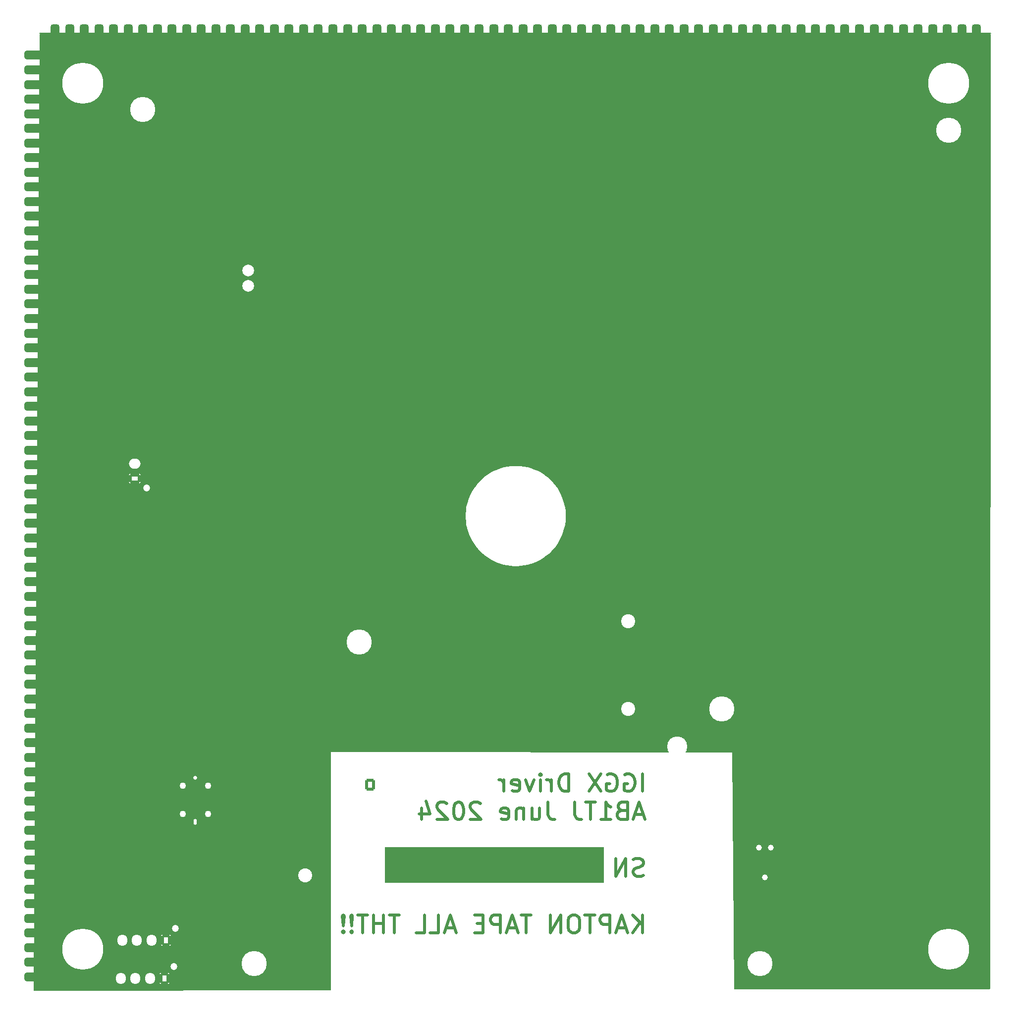
<source format=gbr>
%TF.GenerationSoftware,KiCad,Pcbnew,8.0.2*%
%TF.CreationDate,2024-06-03T23:57:49-04:00*%
%TF.ProjectId,IGGDriver,49474744-7269-4766-9572-2e6b69636164,rev?*%
%TF.SameCoordinates,Original*%
%TF.FileFunction,Legend,Bot*%
%TF.FilePolarity,Positive*%
%FSLAX46Y46*%
G04 Gerber Fmt 4.6, Leading zero omitted, Abs format (unit mm)*
G04 Created by KiCad (PCBNEW 8.0.2) date 2024-06-03 23:57:49*
%MOMM*%
%LPD*%
G01*
G04 APERTURE LIST*
G04 Aperture macros list*
%AMRoundRect*
0 Rectangle with rounded corners*
0 $1 Rounding radius*
0 $2 $3 $4 $5 $6 $7 $8 $9 X,Y pos of 4 corners*
0 Add a 4 corners polygon primitive as box body*
4,1,4,$2,$3,$4,$5,$6,$7,$8,$9,$2,$3,0*
0 Add four circle primitives for the rounded corners*
1,1,$1+$1,$2,$3*
1,1,$1+$1,$4,$5*
1,1,$1+$1,$6,$7*
1,1,$1+$1,$8,$9*
0 Add four rect primitives between the rounded corners*
20,1,$1+$1,$2,$3,$4,$5,0*
20,1,$1+$1,$4,$5,$6,$7,0*
20,1,$1+$1,$6,$7,$8,$9,0*
20,1,$1+$1,$8,$9,$2,$3,0*%
G04 Aperture macros list end*
%ADD10C,0.100000*%
%ADD11C,0.500000*%
%ADD12C,0.150000*%
%ADD13RoundRect,0.375000X1.125000X0.375000X-1.125000X0.375000X-1.125000X-0.375000X1.125000X-0.375000X0*%
%ADD14RoundRect,0.375000X0.375000X-1.125000X0.375000X1.125000X-0.375000X1.125000X-0.375000X-1.125000X0*%
%ADD15C,1.200000*%
%ADD16RoundRect,0.250000X-0.600000X-0.725000X0.600000X-0.725000X0.600000X0.725000X-0.600000X0.725000X0*%
%ADD17O,1.700000X1.950000*%
%ADD18C,0.990600*%
%ADD19C,4.300000*%
%ADD20C,2.390000*%
%ADD21C,3.450000*%
%ADD22RoundRect,0.250000X0.750000X-0.600000X0.750000X0.600000X-0.750000X0.600000X-0.750000X-0.600000X0*%
%ADD23O,2.000000X1.700000*%
%ADD24RoundRect,0.250000X0.600000X0.725000X-0.600000X0.725000X-0.600000X-0.725000X0.600000X-0.725000X0*%
%ADD25C,2.000000*%
%ADD26C,7.000000*%
%ADD27C,0.660000*%
%ADD28O,0.580000X1.000000*%
%ADD29C,1.100000*%
%ADD30C,2.400000*%
G04 APERTURE END LIST*
D10*
X131400000Y-147100000D02*
X168700000Y-147100000D01*
X168700000Y-153100000D01*
X131400000Y-153100000D01*
X131400000Y-147100000D01*
G36*
X131400000Y-147100000D02*
G01*
X168700000Y-147100000D01*
X168700000Y-153100000D01*
X131400000Y-153100000D01*
X131400000Y-147100000D01*
G37*
D11*
X175406767Y-137557697D02*
X175406767Y-134557697D01*
X172406767Y-134700554D02*
X172692482Y-134557697D01*
X172692482Y-134557697D02*
X173121053Y-134557697D01*
X173121053Y-134557697D02*
X173549624Y-134700554D01*
X173549624Y-134700554D02*
X173835339Y-134986268D01*
X173835339Y-134986268D02*
X173978196Y-135271982D01*
X173978196Y-135271982D02*
X174121053Y-135843411D01*
X174121053Y-135843411D02*
X174121053Y-136271982D01*
X174121053Y-136271982D02*
X173978196Y-136843411D01*
X173978196Y-136843411D02*
X173835339Y-137129125D01*
X173835339Y-137129125D02*
X173549624Y-137414840D01*
X173549624Y-137414840D02*
X173121053Y-137557697D01*
X173121053Y-137557697D02*
X172835339Y-137557697D01*
X172835339Y-137557697D02*
X172406767Y-137414840D01*
X172406767Y-137414840D02*
X172263910Y-137271982D01*
X172263910Y-137271982D02*
X172263910Y-136271982D01*
X172263910Y-136271982D02*
X172835339Y-136271982D01*
X169406767Y-134700554D02*
X169692482Y-134557697D01*
X169692482Y-134557697D02*
X170121053Y-134557697D01*
X170121053Y-134557697D02*
X170549624Y-134700554D01*
X170549624Y-134700554D02*
X170835339Y-134986268D01*
X170835339Y-134986268D02*
X170978196Y-135271982D01*
X170978196Y-135271982D02*
X171121053Y-135843411D01*
X171121053Y-135843411D02*
X171121053Y-136271982D01*
X171121053Y-136271982D02*
X170978196Y-136843411D01*
X170978196Y-136843411D02*
X170835339Y-137129125D01*
X170835339Y-137129125D02*
X170549624Y-137414840D01*
X170549624Y-137414840D02*
X170121053Y-137557697D01*
X170121053Y-137557697D02*
X169835339Y-137557697D01*
X169835339Y-137557697D02*
X169406767Y-137414840D01*
X169406767Y-137414840D02*
X169263910Y-137271982D01*
X169263910Y-137271982D02*
X169263910Y-136271982D01*
X169263910Y-136271982D02*
X169835339Y-136271982D01*
X168263910Y-134557697D02*
X166263910Y-137557697D01*
X166263910Y-134557697D02*
X168263910Y-137557697D01*
X162835339Y-137557697D02*
X162835339Y-134557697D01*
X162835339Y-134557697D02*
X162121053Y-134557697D01*
X162121053Y-134557697D02*
X161692482Y-134700554D01*
X161692482Y-134700554D02*
X161406767Y-134986268D01*
X161406767Y-134986268D02*
X161263910Y-135271982D01*
X161263910Y-135271982D02*
X161121053Y-135843411D01*
X161121053Y-135843411D02*
X161121053Y-136271982D01*
X161121053Y-136271982D02*
X161263910Y-136843411D01*
X161263910Y-136843411D02*
X161406767Y-137129125D01*
X161406767Y-137129125D02*
X161692482Y-137414840D01*
X161692482Y-137414840D02*
X162121053Y-137557697D01*
X162121053Y-137557697D02*
X162835339Y-137557697D01*
X159835339Y-137557697D02*
X159835339Y-135557697D01*
X159835339Y-136129125D02*
X159692482Y-135843411D01*
X159692482Y-135843411D02*
X159549625Y-135700554D01*
X159549625Y-135700554D02*
X159263910Y-135557697D01*
X159263910Y-135557697D02*
X158978196Y-135557697D01*
X157978196Y-137557697D02*
X157978196Y-135557697D01*
X157978196Y-134557697D02*
X158121053Y-134700554D01*
X158121053Y-134700554D02*
X157978196Y-134843411D01*
X157978196Y-134843411D02*
X157835339Y-134700554D01*
X157835339Y-134700554D02*
X157978196Y-134557697D01*
X157978196Y-134557697D02*
X157978196Y-134843411D01*
X156835339Y-135557697D02*
X156121053Y-137557697D01*
X156121053Y-137557697D02*
X155406768Y-135557697D01*
X153121054Y-137414840D02*
X153406768Y-137557697D01*
X153406768Y-137557697D02*
X153978197Y-137557697D01*
X153978197Y-137557697D02*
X154263911Y-137414840D01*
X154263911Y-137414840D02*
X154406768Y-137129125D01*
X154406768Y-137129125D02*
X154406768Y-135986268D01*
X154406768Y-135986268D02*
X154263911Y-135700554D01*
X154263911Y-135700554D02*
X153978197Y-135557697D01*
X153978197Y-135557697D02*
X153406768Y-135557697D01*
X153406768Y-135557697D02*
X153121054Y-135700554D01*
X153121054Y-135700554D02*
X152978197Y-135986268D01*
X152978197Y-135986268D02*
X152978197Y-136271982D01*
X152978197Y-136271982D02*
X154406768Y-136557697D01*
X151692482Y-137557697D02*
X151692482Y-135557697D01*
X151692482Y-136129125D02*
X151549625Y-135843411D01*
X151549625Y-135843411D02*
X151406768Y-135700554D01*
X151406768Y-135700554D02*
X151121053Y-135557697D01*
X151121053Y-135557697D02*
X150835339Y-135557697D01*
X175549624Y-141530386D02*
X174121053Y-141530386D01*
X175835338Y-142387529D02*
X174835338Y-139387529D01*
X174835338Y-139387529D02*
X173835338Y-142387529D01*
X171835338Y-140816100D02*
X171406766Y-140958957D01*
X171406766Y-140958957D02*
X171263909Y-141101814D01*
X171263909Y-141101814D02*
X171121052Y-141387529D01*
X171121052Y-141387529D02*
X171121052Y-141816100D01*
X171121052Y-141816100D02*
X171263909Y-142101814D01*
X171263909Y-142101814D02*
X171406766Y-142244672D01*
X171406766Y-142244672D02*
X171692481Y-142387529D01*
X171692481Y-142387529D02*
X172835338Y-142387529D01*
X172835338Y-142387529D02*
X172835338Y-139387529D01*
X172835338Y-139387529D02*
X171835338Y-139387529D01*
X171835338Y-139387529D02*
X171549624Y-139530386D01*
X171549624Y-139530386D02*
X171406766Y-139673243D01*
X171406766Y-139673243D02*
X171263909Y-139958957D01*
X171263909Y-139958957D02*
X171263909Y-140244672D01*
X171263909Y-140244672D02*
X171406766Y-140530386D01*
X171406766Y-140530386D02*
X171549624Y-140673243D01*
X171549624Y-140673243D02*
X171835338Y-140816100D01*
X171835338Y-140816100D02*
X172835338Y-140816100D01*
X168263909Y-142387529D02*
X169978195Y-142387529D01*
X169121052Y-142387529D02*
X169121052Y-139387529D01*
X169121052Y-139387529D02*
X169406766Y-139816100D01*
X169406766Y-139816100D02*
X169692481Y-140101814D01*
X169692481Y-140101814D02*
X169978195Y-140244672D01*
X167406766Y-139387529D02*
X165692481Y-139387529D01*
X166549623Y-142387529D02*
X166549623Y-139387529D01*
X163835338Y-139387529D02*
X163835338Y-141530386D01*
X163835338Y-141530386D02*
X163978195Y-141958957D01*
X163978195Y-141958957D02*
X164263909Y-142244672D01*
X164263909Y-142244672D02*
X164692481Y-142387529D01*
X164692481Y-142387529D02*
X164978195Y-142387529D01*
X159263910Y-139387529D02*
X159263910Y-141530386D01*
X159263910Y-141530386D02*
X159406767Y-141958957D01*
X159406767Y-141958957D02*
X159692481Y-142244672D01*
X159692481Y-142244672D02*
X160121053Y-142387529D01*
X160121053Y-142387529D02*
X160406767Y-142387529D01*
X156549625Y-140387529D02*
X156549625Y-142387529D01*
X157835339Y-140387529D02*
X157835339Y-141958957D01*
X157835339Y-141958957D02*
X157692482Y-142244672D01*
X157692482Y-142244672D02*
X157406767Y-142387529D01*
X157406767Y-142387529D02*
X156978196Y-142387529D01*
X156978196Y-142387529D02*
X156692482Y-142244672D01*
X156692482Y-142244672D02*
X156549625Y-142101814D01*
X155121053Y-140387529D02*
X155121053Y-142387529D01*
X155121053Y-140673243D02*
X154978196Y-140530386D01*
X154978196Y-140530386D02*
X154692481Y-140387529D01*
X154692481Y-140387529D02*
X154263910Y-140387529D01*
X154263910Y-140387529D02*
X153978196Y-140530386D01*
X153978196Y-140530386D02*
X153835339Y-140816100D01*
X153835339Y-140816100D02*
X153835339Y-142387529D01*
X151263910Y-142244672D02*
X151549624Y-142387529D01*
X151549624Y-142387529D02*
X152121053Y-142387529D01*
X152121053Y-142387529D02*
X152406767Y-142244672D01*
X152406767Y-142244672D02*
X152549624Y-141958957D01*
X152549624Y-141958957D02*
X152549624Y-140816100D01*
X152549624Y-140816100D02*
X152406767Y-140530386D01*
X152406767Y-140530386D02*
X152121053Y-140387529D01*
X152121053Y-140387529D02*
X151549624Y-140387529D01*
X151549624Y-140387529D02*
X151263910Y-140530386D01*
X151263910Y-140530386D02*
X151121053Y-140816100D01*
X151121053Y-140816100D02*
X151121053Y-141101814D01*
X151121053Y-141101814D02*
X152549624Y-141387529D01*
X147692481Y-139673243D02*
X147549624Y-139530386D01*
X147549624Y-139530386D02*
X147263910Y-139387529D01*
X147263910Y-139387529D02*
X146549624Y-139387529D01*
X146549624Y-139387529D02*
X146263910Y-139530386D01*
X146263910Y-139530386D02*
X146121052Y-139673243D01*
X146121052Y-139673243D02*
X145978195Y-139958957D01*
X145978195Y-139958957D02*
X145978195Y-140244672D01*
X145978195Y-140244672D02*
X146121052Y-140673243D01*
X146121052Y-140673243D02*
X147835338Y-142387529D01*
X147835338Y-142387529D02*
X145978195Y-142387529D01*
X144121052Y-139387529D02*
X143835338Y-139387529D01*
X143835338Y-139387529D02*
X143549624Y-139530386D01*
X143549624Y-139530386D02*
X143406767Y-139673243D01*
X143406767Y-139673243D02*
X143263909Y-139958957D01*
X143263909Y-139958957D02*
X143121052Y-140530386D01*
X143121052Y-140530386D02*
X143121052Y-141244672D01*
X143121052Y-141244672D02*
X143263909Y-141816100D01*
X143263909Y-141816100D02*
X143406767Y-142101814D01*
X143406767Y-142101814D02*
X143549624Y-142244672D01*
X143549624Y-142244672D02*
X143835338Y-142387529D01*
X143835338Y-142387529D02*
X144121052Y-142387529D01*
X144121052Y-142387529D02*
X144406767Y-142244672D01*
X144406767Y-142244672D02*
X144549624Y-142101814D01*
X144549624Y-142101814D02*
X144692481Y-141816100D01*
X144692481Y-141816100D02*
X144835338Y-141244672D01*
X144835338Y-141244672D02*
X144835338Y-140530386D01*
X144835338Y-140530386D02*
X144692481Y-139958957D01*
X144692481Y-139958957D02*
X144549624Y-139673243D01*
X144549624Y-139673243D02*
X144406767Y-139530386D01*
X144406767Y-139530386D02*
X144121052Y-139387529D01*
X141978195Y-139673243D02*
X141835338Y-139530386D01*
X141835338Y-139530386D02*
X141549624Y-139387529D01*
X141549624Y-139387529D02*
X140835338Y-139387529D01*
X140835338Y-139387529D02*
X140549624Y-139530386D01*
X140549624Y-139530386D02*
X140406766Y-139673243D01*
X140406766Y-139673243D02*
X140263909Y-139958957D01*
X140263909Y-139958957D02*
X140263909Y-140244672D01*
X140263909Y-140244672D02*
X140406766Y-140673243D01*
X140406766Y-140673243D02*
X142121052Y-142387529D01*
X142121052Y-142387529D02*
X140263909Y-142387529D01*
X137692481Y-140387529D02*
X137692481Y-142387529D01*
X138406766Y-139244672D02*
X139121052Y-141387529D01*
X139121052Y-141387529D02*
X137263909Y-141387529D01*
X175549624Y-151904336D02*
X175121053Y-152047193D01*
X175121053Y-152047193D02*
X174406767Y-152047193D01*
X174406767Y-152047193D02*
X174121053Y-151904336D01*
X174121053Y-151904336D02*
X173978195Y-151761478D01*
X173978195Y-151761478D02*
X173835338Y-151475764D01*
X173835338Y-151475764D02*
X173835338Y-151190050D01*
X173835338Y-151190050D02*
X173978195Y-150904336D01*
X173978195Y-150904336D02*
X174121053Y-150761478D01*
X174121053Y-150761478D02*
X174406767Y-150618621D01*
X174406767Y-150618621D02*
X174978195Y-150475764D01*
X174978195Y-150475764D02*
X175263910Y-150332907D01*
X175263910Y-150332907D02*
X175406767Y-150190050D01*
X175406767Y-150190050D02*
X175549624Y-149904336D01*
X175549624Y-149904336D02*
X175549624Y-149618621D01*
X175549624Y-149618621D02*
X175406767Y-149332907D01*
X175406767Y-149332907D02*
X175263910Y-149190050D01*
X175263910Y-149190050D02*
X174978195Y-149047193D01*
X174978195Y-149047193D02*
X174263910Y-149047193D01*
X174263910Y-149047193D02*
X173835338Y-149190050D01*
X172549624Y-152047193D02*
X172549624Y-149047193D01*
X172549624Y-149047193D02*
X170835338Y-152047193D01*
X170835338Y-152047193D02*
X170835338Y-149047193D01*
X175406767Y-161706857D02*
X175406767Y-158706857D01*
X173692481Y-161706857D02*
X174978195Y-159992571D01*
X173692481Y-158706857D02*
X175406767Y-160421142D01*
X172549624Y-160849714D02*
X171121053Y-160849714D01*
X172835338Y-161706857D02*
X171835338Y-158706857D01*
X171835338Y-158706857D02*
X170835338Y-161706857D01*
X169835338Y-161706857D02*
X169835338Y-158706857D01*
X169835338Y-158706857D02*
X168692481Y-158706857D01*
X168692481Y-158706857D02*
X168406766Y-158849714D01*
X168406766Y-158849714D02*
X168263909Y-158992571D01*
X168263909Y-158992571D02*
X168121052Y-159278285D01*
X168121052Y-159278285D02*
X168121052Y-159706857D01*
X168121052Y-159706857D02*
X168263909Y-159992571D01*
X168263909Y-159992571D02*
X168406766Y-160135428D01*
X168406766Y-160135428D02*
X168692481Y-160278285D01*
X168692481Y-160278285D02*
X169835338Y-160278285D01*
X167263909Y-158706857D02*
X165549624Y-158706857D01*
X166406766Y-161706857D02*
X166406766Y-158706857D01*
X163978195Y-158706857D02*
X163406767Y-158706857D01*
X163406767Y-158706857D02*
X163121052Y-158849714D01*
X163121052Y-158849714D02*
X162835338Y-159135428D01*
X162835338Y-159135428D02*
X162692481Y-159706857D01*
X162692481Y-159706857D02*
X162692481Y-160706857D01*
X162692481Y-160706857D02*
X162835338Y-161278285D01*
X162835338Y-161278285D02*
X163121052Y-161564000D01*
X163121052Y-161564000D02*
X163406767Y-161706857D01*
X163406767Y-161706857D02*
X163978195Y-161706857D01*
X163978195Y-161706857D02*
X164263910Y-161564000D01*
X164263910Y-161564000D02*
X164549624Y-161278285D01*
X164549624Y-161278285D02*
X164692481Y-160706857D01*
X164692481Y-160706857D02*
X164692481Y-159706857D01*
X164692481Y-159706857D02*
X164549624Y-159135428D01*
X164549624Y-159135428D02*
X164263910Y-158849714D01*
X164263910Y-158849714D02*
X163978195Y-158706857D01*
X161406767Y-161706857D02*
X161406767Y-158706857D01*
X161406767Y-158706857D02*
X159692481Y-161706857D01*
X159692481Y-161706857D02*
X159692481Y-158706857D01*
X156406767Y-158706857D02*
X154692482Y-158706857D01*
X155549624Y-161706857D02*
X155549624Y-158706857D01*
X153835339Y-160849714D02*
X152406768Y-160849714D01*
X154121053Y-161706857D02*
X153121053Y-158706857D01*
X153121053Y-158706857D02*
X152121053Y-161706857D01*
X151121053Y-161706857D02*
X151121053Y-158706857D01*
X151121053Y-158706857D02*
X149978196Y-158706857D01*
X149978196Y-158706857D02*
X149692481Y-158849714D01*
X149692481Y-158849714D02*
X149549624Y-158992571D01*
X149549624Y-158992571D02*
X149406767Y-159278285D01*
X149406767Y-159278285D02*
X149406767Y-159706857D01*
X149406767Y-159706857D02*
X149549624Y-159992571D01*
X149549624Y-159992571D02*
X149692481Y-160135428D01*
X149692481Y-160135428D02*
X149978196Y-160278285D01*
X149978196Y-160278285D02*
X151121053Y-160278285D01*
X148121053Y-160135428D02*
X147121053Y-160135428D01*
X146692481Y-161706857D02*
X148121053Y-161706857D01*
X148121053Y-161706857D02*
X148121053Y-158706857D01*
X148121053Y-158706857D02*
X146692481Y-158706857D01*
X143263910Y-160849714D02*
X141835339Y-160849714D01*
X143549624Y-161706857D02*
X142549624Y-158706857D01*
X142549624Y-158706857D02*
X141549624Y-161706857D01*
X139121052Y-161706857D02*
X140549624Y-161706857D01*
X140549624Y-161706857D02*
X140549624Y-158706857D01*
X136692481Y-161706857D02*
X138121053Y-161706857D01*
X138121053Y-161706857D02*
X138121053Y-158706857D01*
X133835339Y-158706857D02*
X132121054Y-158706857D01*
X132978196Y-161706857D02*
X132978196Y-158706857D01*
X131121054Y-161706857D02*
X131121054Y-158706857D01*
X131121054Y-160135428D02*
X129406768Y-160135428D01*
X129406768Y-161706857D02*
X129406768Y-158706857D01*
X128406768Y-158706857D02*
X126692483Y-158706857D01*
X127549625Y-161706857D02*
X127549625Y-158706857D01*
X125692483Y-161421142D02*
X125549626Y-161564000D01*
X125549626Y-161564000D02*
X125692483Y-161706857D01*
X125692483Y-161706857D02*
X125835340Y-161564000D01*
X125835340Y-161564000D02*
X125692483Y-161421142D01*
X125692483Y-161421142D02*
X125692483Y-161706857D01*
X125692483Y-160564000D02*
X125835340Y-158849714D01*
X125835340Y-158849714D02*
X125692483Y-158706857D01*
X125692483Y-158706857D02*
X125549626Y-158849714D01*
X125549626Y-158849714D02*
X125692483Y-160564000D01*
X125692483Y-160564000D02*
X125692483Y-158706857D01*
X124263912Y-161421142D02*
X124121055Y-161564000D01*
X124121055Y-161564000D02*
X124263912Y-161706857D01*
X124263912Y-161706857D02*
X124406769Y-161564000D01*
X124406769Y-161564000D02*
X124263912Y-161421142D01*
X124263912Y-161421142D02*
X124263912Y-161706857D01*
X124263912Y-160564000D02*
X124406769Y-158849714D01*
X124406769Y-158849714D02*
X124263912Y-158706857D01*
X124263912Y-158706857D02*
X124121055Y-158849714D01*
X124121055Y-158849714D02*
X124263912Y-160564000D01*
X124263912Y-160564000D02*
X124263912Y-158706857D01*
D12*
X72400000Y-8000000D02*
X234900000Y-8000000D01*
D13*
%TO.C,U13*%
X71250000Y-169250000D03*
X71250000Y-166750000D03*
X71250000Y-164250000D03*
X71250000Y-161750000D03*
X71250000Y-159250000D03*
X71250000Y-156750000D03*
X71250000Y-154250000D03*
X71250000Y-151750000D03*
X71250000Y-149250000D03*
X71250000Y-146750000D03*
X71250000Y-144250000D03*
X71250000Y-141750000D03*
X71250000Y-139250000D03*
X71250000Y-136750000D03*
X71250000Y-134250000D03*
X71250000Y-131750000D03*
X71250000Y-129250000D03*
X71250000Y-126750000D03*
X71250000Y-124250000D03*
X71250000Y-121750000D03*
X71250000Y-119250000D03*
X71250000Y-116750000D03*
X71250000Y-114250000D03*
X71250000Y-111750000D03*
X71250000Y-109250000D03*
X71250000Y-106750000D03*
X71250000Y-104250000D03*
X71250000Y-101750000D03*
X71250000Y-99250000D03*
X71250000Y-96750000D03*
X71250000Y-94250000D03*
X71250000Y-91750000D03*
X71250000Y-89250000D03*
X71250000Y-86750000D03*
X71250000Y-84250000D03*
X71250000Y-81750000D03*
X71250000Y-79250000D03*
X71250000Y-76750000D03*
X71250000Y-74250000D03*
X71250000Y-71750000D03*
X71250000Y-69250000D03*
X71250000Y-66750000D03*
X71250000Y-64250000D03*
X71250000Y-61750000D03*
X71250000Y-59250000D03*
X71250000Y-56750000D03*
X71250000Y-54250000D03*
X71250000Y-51750000D03*
X71250000Y-49250000D03*
X71250000Y-46750000D03*
X71250000Y-44250000D03*
X71250000Y-41750000D03*
X71250000Y-39250000D03*
X71250000Y-36750000D03*
X71250000Y-34250000D03*
X71250000Y-31750000D03*
X71250000Y-29250000D03*
X71250000Y-26750000D03*
X71250000Y-24250000D03*
X71250000Y-21750000D03*
X71250000Y-19250000D03*
X71250000Y-16750000D03*
X71250000Y-14250000D03*
X71250000Y-11750000D03*
D14*
X75000000Y-8000000D03*
X77500000Y-8000000D03*
X80000000Y-8000000D03*
X82500000Y-8000000D03*
X85000000Y-8000000D03*
X87500000Y-8000000D03*
X90000000Y-8000000D03*
X92500000Y-8000000D03*
X95000000Y-8000000D03*
X97500000Y-8000000D03*
X100000000Y-8000000D03*
X102500000Y-8000000D03*
X105000000Y-8000000D03*
X107500000Y-8000000D03*
X110000000Y-8000000D03*
X112500000Y-8000000D03*
X115000000Y-8000000D03*
X117500000Y-8000000D03*
X120000000Y-8000000D03*
X122500000Y-8000000D03*
X125000000Y-8000000D03*
X127500000Y-8000000D03*
X130000000Y-8000000D03*
X132500000Y-8000000D03*
X135000000Y-8000000D03*
X137500000Y-8000000D03*
X140000000Y-8000000D03*
X142500000Y-8000000D03*
X145000000Y-8000000D03*
X147500000Y-8000000D03*
X150000000Y-8000000D03*
X152500000Y-8000000D03*
X155000000Y-8000000D03*
X157500000Y-8000000D03*
X160000000Y-8000000D03*
X162500000Y-8000000D03*
X165000000Y-8000000D03*
X167500000Y-8000000D03*
X170000000Y-8000000D03*
X172500000Y-8000000D03*
X175000000Y-8000000D03*
X177500000Y-8000000D03*
X180000000Y-8000000D03*
X182500000Y-8000000D03*
X185000000Y-8000000D03*
X187500000Y-8000000D03*
X190000000Y-8000000D03*
X192500000Y-8000000D03*
X195000000Y-8000000D03*
X197500000Y-8000000D03*
X200000000Y-8000000D03*
X202500000Y-8000000D03*
X205000000Y-8000000D03*
X207500000Y-8000000D03*
X210000000Y-8000000D03*
X212500000Y-8000000D03*
X215000000Y-8000000D03*
X217500000Y-8000000D03*
X220000000Y-8000000D03*
X222500000Y-8000000D03*
X225000000Y-8000000D03*
X227500000Y-8000000D03*
X230000000Y-8000000D03*
X232500000Y-8000000D03*
%TD*%
G36*
X234843001Y-8019685D02*
G01*
X234888756Y-8072489D01*
X234899962Y-8124038D01*
X234850037Y-171226265D01*
X234830332Y-171293298D01*
X234777514Y-171339037D01*
X234726265Y-171350227D01*
X191171278Y-171430144D01*
X191104202Y-171410582D01*
X191058350Y-171357862D01*
X191047055Y-171307209D01*
X190700000Y-130900000D01*
X122351255Y-130800074D01*
X122284244Y-130780291D01*
X122263755Y-130763755D01*
X122199999Y-130699999D01*
X122150142Y-171433167D01*
X122130375Y-171500182D01*
X122077515Y-171545872D01*
X122026370Y-171557015D01*
X71475027Y-171649770D01*
X71407951Y-171630208D01*
X71362099Y-171577488D01*
X71350802Y-171524974D01*
X71872545Y-90207720D01*
X145193874Y-90207720D01*
X145193874Y-90792279D01*
X145233767Y-91375493D01*
X145233768Y-91375503D01*
X145313362Y-91954598D01*
X145313370Y-91954643D01*
X145432295Y-92526950D01*
X145590015Y-93089858D01*
X145590023Y-93089882D01*
X145785776Y-93640681D01*
X145785781Y-93640693D01*
X146018668Y-94176850D01*
X146287609Y-94695884D01*
X146287614Y-94695892D01*
X146591347Y-95195362D01*
X146591352Y-95195369D01*
X146928447Y-95672923D01*
X146928457Y-95672936D01*
X147297371Y-96126393D01*
X147696376Y-96553623D01*
X148123606Y-96952628D01*
X148577063Y-97321542D01*
X148577076Y-97321552D01*
X149054630Y-97658647D01*
X149054637Y-97658652D01*
X149554107Y-97962385D01*
X149554115Y-97962390D01*
X150073149Y-98231331D01*
X150609306Y-98464218D01*
X150609318Y-98464223D01*
X151160117Y-98659976D01*
X151160141Y-98659984D01*
X151723049Y-98817704D01*
X152295356Y-98936629D01*
X152295401Y-98936637D01*
X152874496Y-99016231D01*
X152874506Y-99016232D01*
X153457721Y-99056126D01*
X154042279Y-99056126D01*
X154625493Y-99016232D01*
X154625503Y-99016231D01*
X155204598Y-98936637D01*
X155204643Y-98936629D01*
X155776950Y-98817704D01*
X156339858Y-98659984D01*
X156339882Y-98659976D01*
X156890681Y-98464223D01*
X156890693Y-98464218D01*
X157426850Y-98231331D01*
X157945884Y-97962390D01*
X157945892Y-97962385D01*
X158445362Y-97658652D01*
X158445369Y-97658647D01*
X158922923Y-97321552D01*
X158922936Y-97321542D01*
X159376393Y-96952628D01*
X159803623Y-96553623D01*
X160202628Y-96126393D01*
X160571542Y-95672936D01*
X160571552Y-95672923D01*
X160908647Y-95195369D01*
X160908652Y-95195362D01*
X161212385Y-94695892D01*
X161212390Y-94695884D01*
X161481331Y-94176850D01*
X161714218Y-93640693D01*
X161714223Y-93640681D01*
X161909976Y-93089882D01*
X161909984Y-93089858D01*
X162067704Y-92526950D01*
X162186629Y-91954643D01*
X162186637Y-91954598D01*
X162266231Y-91375503D01*
X162266232Y-91375493D01*
X162306125Y-90792284D01*
X162306127Y-90792246D01*
X162308621Y-90500000D01*
X162306127Y-90207753D01*
X162306125Y-90207715D01*
X162266232Y-89624506D01*
X162266231Y-89624496D01*
X162186637Y-89045401D01*
X162186629Y-89045356D01*
X162067704Y-88473049D01*
X161909984Y-87910141D01*
X161909976Y-87910117D01*
X161714223Y-87359318D01*
X161714218Y-87359306D01*
X161481331Y-86823149D01*
X161212390Y-86304115D01*
X161212385Y-86304107D01*
X160908652Y-85804637D01*
X160908647Y-85804630D01*
X160571552Y-85327076D01*
X160571542Y-85327063D01*
X160202628Y-84873606D01*
X159803623Y-84446376D01*
X159376393Y-84047371D01*
X158922936Y-83678457D01*
X158922923Y-83678447D01*
X158445369Y-83341352D01*
X158445362Y-83341347D01*
X157945892Y-83037614D01*
X157945884Y-83037609D01*
X157426850Y-82768668D01*
X156890693Y-82535781D01*
X156890681Y-82535776D01*
X156339882Y-82340023D01*
X156339858Y-82340015D01*
X155776950Y-82182295D01*
X155204643Y-82063370D01*
X155204598Y-82063362D01*
X154625503Y-81983768D01*
X154625493Y-81983767D01*
X154042279Y-81943874D01*
X153457721Y-81943874D01*
X152874506Y-81983767D01*
X152874496Y-81983768D01*
X152295401Y-82063362D01*
X152295356Y-82063370D01*
X151723049Y-82182295D01*
X151160141Y-82340015D01*
X151160117Y-82340023D01*
X150609318Y-82535776D01*
X150609306Y-82535781D01*
X150073149Y-82768668D01*
X149554115Y-83037609D01*
X149554107Y-83037614D01*
X149054637Y-83341347D01*
X149054630Y-83341352D01*
X148577076Y-83678447D01*
X148577063Y-83678457D01*
X148123606Y-84047371D01*
X147696376Y-84446376D01*
X147297371Y-84873606D01*
X146928457Y-85327063D01*
X146928447Y-85327076D01*
X146591352Y-85804630D01*
X146591347Y-85804637D01*
X146287614Y-86304107D01*
X146287609Y-86304115D01*
X146018668Y-86823149D01*
X145785781Y-87359306D01*
X145785776Y-87359318D01*
X145590023Y-87910117D01*
X145590015Y-87910141D01*
X145432295Y-88473049D01*
X145313370Y-89045356D01*
X145313362Y-89045401D01*
X145233768Y-89624496D01*
X145233767Y-89624506D01*
X145193874Y-90207720D01*
X71872545Y-90207720D01*
X72399210Y-8123204D01*
X72419324Y-8056293D01*
X72472420Y-8010877D01*
X72523207Y-8000000D01*
X234775962Y-8000000D01*
X234843001Y-8019685D01*
G37*
%LPC*%
D15*
%TO.C,J3*%
X127250000Y-138450000D03*
D16*
X128850000Y-136450000D03*
D17*
X131350000Y-136450000D03*
X133850000Y-136450000D03*
%TD*%
D18*
%TO.C,J5*%
X196365000Y-152270000D03*
X195349000Y-147190000D03*
X197381000Y-147190000D03*
%TD*%
D19*
%TO.C,H5*%
X90000000Y-21000000D03*
%TD*%
D20*
%TO.C,BT1*%
X189630000Y-145900000D03*
D21*
X181300000Y-129900000D03*
X126100000Y-145900000D03*
%TD*%
D19*
%TO.C,H2*%
X109000000Y-167000000D03*
%TD*%
D15*
%TO.C,J1002*%
X90625000Y-85700000D03*
D22*
X88625000Y-84100000D03*
D23*
X88625000Y-81600000D03*
%TD*%
D19*
%TO.C,H4*%
X195500000Y-167000000D03*
%TD*%
D15*
%TO.C,J1*%
X95600000Y-161000000D03*
D24*
X94000000Y-163000000D03*
D17*
X91500000Y-163000000D03*
X89000000Y-163000000D03*
X86500000Y-163000000D03*
%TD*%
D15*
%TO.C,J7*%
X95350000Y-167525000D03*
D24*
X93750000Y-169525000D03*
D17*
X91250000Y-169525000D03*
X88750000Y-169525000D03*
X86250000Y-169525000D03*
%TD*%
D25*
%TO.C,TP1001*%
X108000000Y-51200000D03*
%TD*%
D26*
%TO.C,U13*%
X79750000Y-16500000D03*
X79750000Y-164500000D03*
X227750000Y-16500000D03*
X227750000Y-164500000D03*
%TD*%
D27*
%TO.C,J6*%
X99000000Y-135250001D03*
D28*
X99000000Y-142749999D03*
D29*
X101150000Y-136600000D03*
X96850000Y-136600000D03*
X101150000Y-141400000D03*
X96850000Y-141400000D03*
%TD*%
D19*
%TO.C,H6*%
X127000000Y-112000000D03*
%TD*%
%TO.C,H1*%
X189000000Y-123500000D03*
%TD*%
D25*
%TO.C,TP1002*%
X108000000Y-48500000D03*
%TD*%
D20*
%TO.C,BT2*%
X117770000Y-151900000D03*
D21*
X126100000Y-167900000D03*
X181300000Y-151900000D03*
%TD*%
D19*
%TO.C,H3*%
X227700000Y-24600000D03*
%TD*%
D30*
%TO.C,C106*%
X173000000Y-123500000D03*
X173000000Y-108500000D03*
%TD*%
%LPD*%
M02*

</source>
